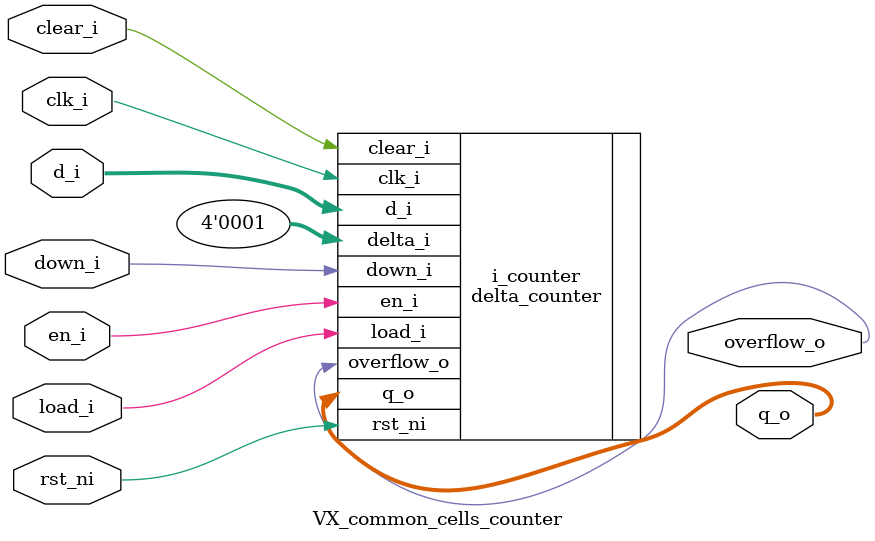
<source format=sv>


module VX_common_cells_counter #(
    parameter int unsigned WIDTH = 4,
    parameter bit STICKY_OVERFLOW = 1'b0
)(
    input  logic             clk_i,
    input  logic             rst_ni,
    input  logic             clear_i, // synchronous clear
    input  logic             en_i,    // enable the counter
    input  logic             load_i,  // load a new value
    input  logic             down_i,  // downcount, default is up
    input  logic [WIDTH-1:0] d_i,
    output logic [WIDTH-1:0] q_o,
    output logic             overflow_o
);
    delta_counter #(
        .WIDTH          (WIDTH),
        .STICKY_OVERFLOW (STICKY_OVERFLOW)
    ) i_counter (
        .clk_i,
        .rst_ni,
        .clear_i,
        .en_i,
        .load_i,
        .down_i,
        .delta_i({{WIDTH-1{1'b0}}, 1'b1}),
        .d_i,
        .q_o,
        .overflow_o
    );
endmodule

</source>
